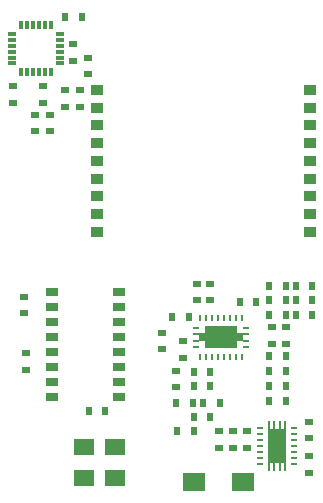
<source format=gbr>
%FSLAX34Y34*%
%MOMM*%
%LNSMDMASK_TOP*%
G71*
G01*
%ADD10R, 0.35X0.80*%
%ADD11R, 0.80X0.35*%
%ADD12R, 1.00X0.90*%
%ADD13R, 0.80X0.60*%
%ADD14R, 0.60X0.80*%
%ADD15R, 0.60X0.24*%
%ADD16R, 0.20X0.80*%
%ADD17R, 1.58X2.85*%
%ADD18R, 0.24X0.60*%
%ADD19R, 0.60X0.20*%
%ADD20R, 3.75X0.75*%
%ADD21R, 1.10X0.75*%
%ADD22R, 1.90X1.50*%
%ADD23R, 2.80X1.95*%
%ADD24R, 1.80X1.40*%
%LPD*%
X-261360Y158839D02*
G54D10*
D03*
X-261360Y198839D02*
G54D10*
D03*
X-256360Y158839D02*
G54D10*
D03*
X-256360Y198839D02*
G54D10*
D03*
X-251360Y158839D02*
G54D10*
D03*
X-251360Y198839D02*
G54D10*
D03*
X-246360Y158839D02*
G54D10*
D03*
X-246360Y198839D02*
G54D10*
D03*
X-241360Y158839D02*
G54D10*
D03*
X-241360Y198839D02*
G54D10*
D03*
X-236360Y158839D02*
G54D10*
D03*
X-236360Y198839D02*
G54D10*
D03*
X-268860Y166339D02*
G54D11*
D03*
X-228860Y166339D02*
G54D11*
D03*
X-268860Y171339D02*
G54D11*
D03*
X-228860Y171339D02*
G54D11*
D03*
X-268860Y176339D02*
G54D11*
D03*
X-228860Y176339D02*
G54D11*
D03*
X-268860Y181339D02*
G54D11*
D03*
X-228860Y181339D02*
G54D11*
D03*
X-268860Y186339D02*
G54D11*
D03*
X-228860Y186339D02*
G54D11*
D03*
X-268860Y191339D02*
G54D11*
D03*
X-228860Y191339D02*
G54D11*
D03*
X-196862Y143837D02*
G54D12*
D03*
X-16862Y143837D02*
G54D12*
D03*
X-196862Y128837D02*
G54D12*
D03*
X-16862Y128837D02*
G54D12*
D03*
X-196862Y113837D02*
G54D12*
D03*
X-16862Y113837D02*
G54D12*
D03*
X-196862Y98837D02*
G54D12*
D03*
X-16862Y98837D02*
G54D12*
D03*
X-196862Y83837D02*
G54D12*
D03*
X-16862Y83837D02*
G54D12*
D03*
X-196862Y68837D02*
G54D12*
D03*
X-16862Y68837D02*
G54D12*
D03*
X-196862Y53837D02*
G54D12*
D03*
X-16862Y53837D02*
G54D12*
D03*
X-196862Y38837D02*
G54D12*
D03*
X-16862Y38837D02*
G54D12*
D03*
X-196862Y23837D02*
G54D12*
D03*
X-16862Y23837D02*
G54D12*
D03*
X-211862Y143837D02*
G54D13*
D03*
X-211862Y129837D02*
G54D13*
D03*
X-204862Y171337D02*
G54D13*
D03*
X-204862Y157337D02*
G54D13*
D03*
X-224362Y143837D02*
G54D13*
D03*
X-224362Y129837D02*
G54D13*
D03*
X-236862Y122837D02*
G54D13*
D03*
X-236862Y108837D02*
G54D13*
D03*
X-249362Y122837D02*
G54D13*
D03*
X-249362Y108837D02*
G54D13*
D03*
X-217362Y168837D02*
G54D13*
D03*
X-217362Y182837D02*
G54D13*
D03*
X-224362Y205837D02*
G54D14*
D03*
X-210362Y205837D02*
G54D14*
D03*
X-243362Y132837D02*
G54D13*
D03*
X-243362Y146837D02*
G54D13*
D03*
X-268362Y132837D02*
G54D13*
D03*
X-268362Y146837D02*
G54D13*
D03*
X-58862Y-142663D02*
G54D15*
D03*
X-30862Y-142663D02*
G54D15*
D03*
X-58862Y-147663D02*
G54D15*
D03*
X-30862Y-147663D02*
G54D15*
D03*
X-58862Y-152663D02*
G54D15*
D03*
X-30862Y-152663D02*
G54D15*
D03*
X-58862Y-157663D02*
G54D15*
D03*
X-30862Y-157663D02*
G54D15*
D03*
X-58862Y-162663D02*
G54D15*
D03*
X-30862Y-162663D02*
G54D15*
D03*
X-58862Y-167663D02*
G54D15*
D03*
X-30862Y-167663D02*
G54D15*
D03*
X-58862Y-172663D02*
G54D15*
D03*
X-30862Y-172663D02*
G54D15*
D03*
X-37958Y-139663D02*
G54D16*
D03*
X-37958Y-175663D02*
G54D16*
D03*
X-42558Y-139663D02*
G54D16*
D03*
X-42558Y-175663D02*
G54D16*
D03*
X-47158Y-139663D02*
G54D16*
D03*
X-47158Y-175663D02*
G54D16*
D03*
X-51758Y-139663D02*
G54D16*
D03*
X-51758Y-175663D02*
G54D16*
D03*
X-44862Y-157663D02*
G54D17*
D03*
X-74862Y-49164D02*
G54D18*
D03*
X-74862Y-82164D02*
G54D18*
D03*
X-79862Y-49164D02*
G54D18*
D03*
X-79862Y-82164D02*
G54D18*
D03*
X-84862Y-49164D02*
G54D18*
D03*
X-84862Y-82164D02*
G54D18*
D03*
X-89862Y-49164D02*
G54D18*
D03*
X-89862Y-82164D02*
G54D18*
D03*
X-94862Y-49164D02*
G54D18*
D03*
X-94862Y-82164D02*
G54D18*
D03*
X-99862Y-49164D02*
G54D18*
D03*
X-99862Y-82164D02*
G54D18*
D03*
X-104862Y-49164D02*
G54D18*
D03*
X-104862Y-82164D02*
G54D18*
D03*
X-109862Y-49164D02*
G54D18*
D03*
X-109862Y-82164D02*
G54D18*
D03*
X-70863Y-73919D02*
G54D19*
D03*
X-113863Y-73919D02*
G54D19*
D03*
X-70863Y-68419D02*
G54D19*
D03*
X-113863Y-68419D02*
G54D19*
D03*
X-70863Y-62919D02*
G54D19*
D03*
X-113863Y-62919D02*
G54D19*
D03*
X-70863Y-57419D02*
G54D19*
D03*
X-113863Y-57419D02*
G54D19*
D03*
X-92362Y-65664D02*
G54D20*
D03*
X-178362Y-116163D02*
G54D21*
D03*
X-235362Y-116163D02*
G54D21*
D03*
X-178362Y-103463D02*
G54D21*
D03*
X-235362Y-103463D02*
G54D21*
D03*
X-178362Y-90763D02*
G54D21*
D03*
X-235362Y-90763D02*
G54D21*
D03*
X-178362Y-78063D02*
G54D21*
D03*
X-235362Y-78063D02*
G54D21*
D03*
X-178362Y-65363D02*
G54D21*
D03*
X-235362Y-65363D02*
G54D21*
D03*
X-178362Y-52663D02*
G54D21*
D03*
X-235362Y-52663D02*
G54D21*
D03*
X-178362Y-39963D02*
G54D21*
D03*
X-235362Y-39963D02*
G54D21*
D03*
X-178362Y-27263D02*
G54D21*
D03*
X-235362Y-27263D02*
G54D21*
D03*
X-114862Y-188163D02*
G54D22*
D03*
X-73862Y-188163D02*
G54D22*
D03*
X-36862Y-57163D02*
G54D13*
D03*
X-36862Y-71163D02*
G54D13*
D03*
X-92362Y-65664D02*
G54D23*
D03*
X-49362Y-57163D02*
G54D13*
D03*
X-49362Y-71163D02*
G54D13*
D03*
X-14862Y-21663D02*
G54D14*
D03*
X-28862Y-21663D02*
G54D14*
D03*
X-14862Y-34163D02*
G54D14*
D03*
X-28862Y-34163D02*
G54D14*
D03*
X-14862Y-46663D02*
G54D14*
D03*
X-28862Y-46663D02*
G54D14*
D03*
X-37362Y-21663D02*
G54D14*
D03*
X-51362Y-21663D02*
G54D14*
D03*
X-37362Y-34163D02*
G54D14*
D03*
X-51362Y-34163D02*
G54D14*
D03*
X-37362Y-46663D02*
G54D14*
D03*
X-51362Y-46663D02*
G54D14*
D03*
X-37362Y-81663D02*
G54D14*
D03*
X-51362Y-81663D02*
G54D14*
D03*
X-37362Y-94163D02*
G54D14*
D03*
X-51362Y-94163D02*
G54D14*
D03*
X-37362Y-106663D02*
G54D14*
D03*
X-51362Y-106663D02*
G54D14*
D03*
X-101362Y-94663D02*
G54D14*
D03*
X-115362Y-94663D02*
G54D14*
D03*
X-101362Y-107163D02*
G54D14*
D03*
X-115362Y-107163D02*
G54D14*
D03*
X-124362Y-82663D02*
G54D13*
D03*
X-124362Y-68663D02*
G54D13*
D03*
X-119362Y-48663D02*
G54D14*
D03*
X-133362Y-48663D02*
G54D14*
D03*
X-130362Y-107663D02*
G54D13*
D03*
X-130362Y-93663D02*
G54D13*
D03*
X-93362Y-121163D02*
G54D14*
D03*
X-107362Y-121163D02*
G54D14*
D03*
X-116362Y-121163D02*
G54D14*
D03*
X-130362Y-121163D02*
G54D14*
D03*
X-112862Y-34163D02*
G54D13*
D03*
X-112862Y-20163D02*
G54D13*
D03*
X-142362Y-75663D02*
G54D13*
D03*
X-142362Y-61663D02*
G54D13*
D03*
X-17362Y-180162D02*
G54D13*
D03*
X-17362Y-166162D02*
G54D13*
D03*
X-17362Y-151162D02*
G54D13*
D03*
X-17362Y-137162D02*
G54D13*
D03*
X-70362Y-159162D02*
G54D13*
D03*
X-70362Y-145162D02*
G54D13*
D03*
X-82362Y-159162D02*
G54D13*
D03*
X-82362Y-145162D02*
G54D13*
D03*
X-94362Y-159162D02*
G54D13*
D03*
X-94362Y-145162D02*
G54D13*
D03*
X-129362Y-145162D02*
G54D14*
D03*
X-115362Y-145162D02*
G54D14*
D03*
X-115362Y-133164D02*
G54D14*
D03*
X-101362Y-133164D02*
G54D14*
D03*
X-181862Y-184663D02*
G54D24*
D03*
X-181862Y-158663D02*
G54D24*
D03*
X-207862Y-184663D02*
G54D24*
D03*
X-207862Y-158663D02*
G54D24*
D03*
X-259362Y-45162D02*
G54D13*
D03*
X-259362Y-31162D02*
G54D13*
D03*
X-257362Y-93162D02*
G54D13*
D03*
X-257362Y-79162D02*
G54D13*
D03*
X-190362Y-128163D02*
G54D14*
D03*
X-204362Y-128163D02*
G54D14*
D03*
X-51362Y-119664D02*
G54D14*
D03*
X-37362Y-119664D02*
G54D14*
D03*
X-62362Y-35663D02*
G54D14*
D03*
X-76362Y-35663D02*
G54D14*
D03*
X-101862Y-34163D02*
G54D13*
D03*
X-101862Y-20163D02*
G54D13*
D03*
M02*

</source>
